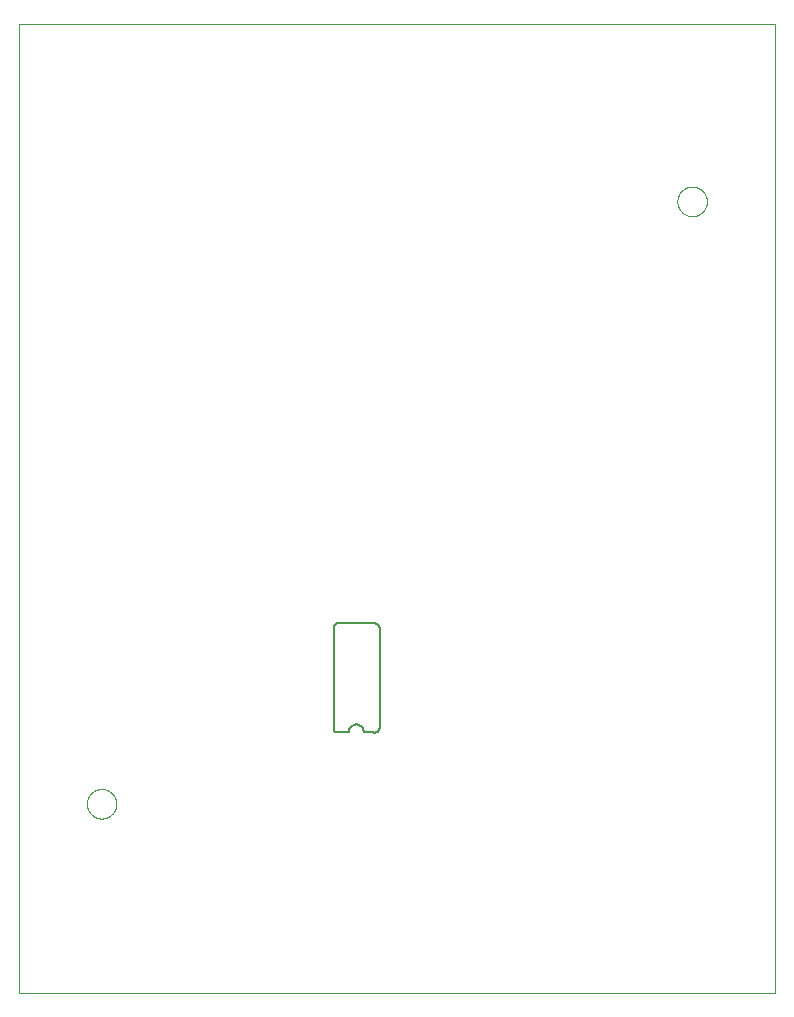
<source format=gbo>
G75*
%MOIN*%
%OFA0B0*%
%FSLAX25Y25*%
%IPPOS*%
%LPD*%
%AMOC8*
5,1,8,0,0,1.08239X$1,22.5*
%
%ADD10C,0.00000*%
%ADD11C,0.00800*%
D10*
X0001500Y0001500D02*
X0001500Y0324335D01*
X0253469Y0324335D01*
X0253469Y0001500D01*
X0001500Y0001500D01*
X0024138Y0064492D02*
X0024140Y0064632D01*
X0024146Y0064772D01*
X0024156Y0064911D01*
X0024170Y0065050D01*
X0024188Y0065189D01*
X0024209Y0065327D01*
X0024235Y0065465D01*
X0024265Y0065602D01*
X0024298Y0065737D01*
X0024336Y0065872D01*
X0024377Y0066006D01*
X0024422Y0066139D01*
X0024470Y0066270D01*
X0024523Y0066399D01*
X0024579Y0066528D01*
X0024638Y0066654D01*
X0024702Y0066779D01*
X0024768Y0066902D01*
X0024839Y0067023D01*
X0024912Y0067142D01*
X0024989Y0067259D01*
X0025070Y0067373D01*
X0025153Y0067485D01*
X0025240Y0067595D01*
X0025330Y0067703D01*
X0025422Y0067807D01*
X0025518Y0067909D01*
X0025617Y0068009D01*
X0025718Y0068105D01*
X0025822Y0068199D01*
X0025929Y0068289D01*
X0026038Y0068376D01*
X0026150Y0068461D01*
X0026264Y0068542D01*
X0026380Y0068620D01*
X0026498Y0068694D01*
X0026619Y0068765D01*
X0026741Y0068833D01*
X0026866Y0068897D01*
X0026992Y0068958D01*
X0027119Y0069015D01*
X0027249Y0069068D01*
X0027380Y0069118D01*
X0027512Y0069163D01*
X0027645Y0069206D01*
X0027780Y0069244D01*
X0027915Y0069278D01*
X0028052Y0069309D01*
X0028189Y0069336D01*
X0028327Y0069358D01*
X0028466Y0069377D01*
X0028605Y0069392D01*
X0028744Y0069403D01*
X0028884Y0069410D01*
X0029024Y0069413D01*
X0029164Y0069412D01*
X0029304Y0069407D01*
X0029443Y0069398D01*
X0029583Y0069385D01*
X0029722Y0069368D01*
X0029860Y0069347D01*
X0029998Y0069323D01*
X0030135Y0069294D01*
X0030271Y0069262D01*
X0030406Y0069225D01*
X0030540Y0069185D01*
X0030673Y0069141D01*
X0030804Y0069093D01*
X0030934Y0069042D01*
X0031063Y0068987D01*
X0031190Y0068928D01*
X0031315Y0068865D01*
X0031438Y0068800D01*
X0031560Y0068730D01*
X0031679Y0068657D01*
X0031797Y0068581D01*
X0031912Y0068502D01*
X0032025Y0068419D01*
X0032135Y0068333D01*
X0032243Y0068244D01*
X0032348Y0068152D01*
X0032451Y0068057D01*
X0032551Y0067959D01*
X0032648Y0067859D01*
X0032742Y0067755D01*
X0032834Y0067649D01*
X0032922Y0067541D01*
X0033007Y0067430D01*
X0033089Y0067316D01*
X0033168Y0067200D01*
X0033243Y0067083D01*
X0033315Y0066963D01*
X0033383Y0066841D01*
X0033448Y0066717D01*
X0033510Y0066591D01*
X0033568Y0066464D01*
X0033622Y0066335D01*
X0033673Y0066204D01*
X0033719Y0066072D01*
X0033762Y0065939D01*
X0033802Y0065805D01*
X0033837Y0065670D01*
X0033869Y0065533D01*
X0033896Y0065396D01*
X0033920Y0065258D01*
X0033940Y0065120D01*
X0033956Y0064981D01*
X0033968Y0064841D01*
X0033976Y0064702D01*
X0033980Y0064562D01*
X0033980Y0064422D01*
X0033976Y0064282D01*
X0033968Y0064143D01*
X0033956Y0064003D01*
X0033940Y0063864D01*
X0033920Y0063726D01*
X0033896Y0063588D01*
X0033869Y0063451D01*
X0033837Y0063314D01*
X0033802Y0063179D01*
X0033762Y0063045D01*
X0033719Y0062912D01*
X0033673Y0062780D01*
X0033622Y0062649D01*
X0033568Y0062520D01*
X0033510Y0062393D01*
X0033448Y0062267D01*
X0033383Y0062143D01*
X0033315Y0062021D01*
X0033243Y0061901D01*
X0033168Y0061784D01*
X0033089Y0061668D01*
X0033007Y0061554D01*
X0032922Y0061443D01*
X0032834Y0061335D01*
X0032742Y0061229D01*
X0032648Y0061125D01*
X0032551Y0061025D01*
X0032451Y0060927D01*
X0032348Y0060832D01*
X0032243Y0060740D01*
X0032135Y0060651D01*
X0032025Y0060565D01*
X0031912Y0060482D01*
X0031797Y0060403D01*
X0031679Y0060327D01*
X0031560Y0060254D01*
X0031438Y0060184D01*
X0031315Y0060119D01*
X0031190Y0060056D01*
X0031063Y0059997D01*
X0030934Y0059942D01*
X0030804Y0059891D01*
X0030673Y0059843D01*
X0030540Y0059799D01*
X0030406Y0059759D01*
X0030271Y0059722D01*
X0030135Y0059690D01*
X0029998Y0059661D01*
X0029860Y0059637D01*
X0029722Y0059616D01*
X0029583Y0059599D01*
X0029443Y0059586D01*
X0029304Y0059577D01*
X0029164Y0059572D01*
X0029024Y0059571D01*
X0028884Y0059574D01*
X0028744Y0059581D01*
X0028605Y0059592D01*
X0028466Y0059607D01*
X0028327Y0059626D01*
X0028189Y0059648D01*
X0028052Y0059675D01*
X0027915Y0059706D01*
X0027780Y0059740D01*
X0027645Y0059778D01*
X0027512Y0059821D01*
X0027380Y0059866D01*
X0027249Y0059916D01*
X0027119Y0059969D01*
X0026992Y0060026D01*
X0026866Y0060087D01*
X0026741Y0060151D01*
X0026619Y0060219D01*
X0026498Y0060290D01*
X0026380Y0060364D01*
X0026264Y0060442D01*
X0026150Y0060523D01*
X0026038Y0060608D01*
X0025929Y0060695D01*
X0025822Y0060785D01*
X0025718Y0060879D01*
X0025617Y0060975D01*
X0025518Y0061075D01*
X0025422Y0061177D01*
X0025330Y0061281D01*
X0025240Y0061389D01*
X0025153Y0061499D01*
X0025070Y0061611D01*
X0024989Y0061725D01*
X0024912Y0061842D01*
X0024839Y0061961D01*
X0024768Y0062082D01*
X0024702Y0062205D01*
X0024638Y0062330D01*
X0024579Y0062456D01*
X0024523Y0062585D01*
X0024470Y0062714D01*
X0024422Y0062845D01*
X0024377Y0062978D01*
X0024336Y0063112D01*
X0024298Y0063247D01*
X0024265Y0063382D01*
X0024235Y0063519D01*
X0024209Y0063657D01*
X0024188Y0063795D01*
X0024170Y0063934D01*
X0024156Y0064073D01*
X0024146Y0064212D01*
X0024140Y0064352D01*
X0024138Y0064492D01*
X0220988Y0265280D02*
X0220990Y0265420D01*
X0220996Y0265560D01*
X0221006Y0265699D01*
X0221020Y0265838D01*
X0221038Y0265977D01*
X0221059Y0266115D01*
X0221085Y0266253D01*
X0221115Y0266390D01*
X0221148Y0266525D01*
X0221186Y0266660D01*
X0221227Y0266794D01*
X0221272Y0266927D01*
X0221320Y0267058D01*
X0221373Y0267187D01*
X0221429Y0267316D01*
X0221488Y0267442D01*
X0221552Y0267567D01*
X0221618Y0267690D01*
X0221689Y0267811D01*
X0221762Y0267930D01*
X0221839Y0268047D01*
X0221920Y0268161D01*
X0222003Y0268273D01*
X0222090Y0268383D01*
X0222180Y0268491D01*
X0222272Y0268595D01*
X0222368Y0268697D01*
X0222467Y0268797D01*
X0222568Y0268893D01*
X0222672Y0268987D01*
X0222779Y0269077D01*
X0222888Y0269164D01*
X0223000Y0269249D01*
X0223114Y0269330D01*
X0223230Y0269408D01*
X0223348Y0269482D01*
X0223469Y0269553D01*
X0223591Y0269621D01*
X0223716Y0269685D01*
X0223842Y0269746D01*
X0223969Y0269803D01*
X0224099Y0269856D01*
X0224230Y0269906D01*
X0224362Y0269951D01*
X0224495Y0269994D01*
X0224630Y0270032D01*
X0224765Y0270066D01*
X0224902Y0270097D01*
X0225039Y0270124D01*
X0225177Y0270146D01*
X0225316Y0270165D01*
X0225455Y0270180D01*
X0225594Y0270191D01*
X0225734Y0270198D01*
X0225874Y0270201D01*
X0226014Y0270200D01*
X0226154Y0270195D01*
X0226293Y0270186D01*
X0226433Y0270173D01*
X0226572Y0270156D01*
X0226710Y0270135D01*
X0226848Y0270111D01*
X0226985Y0270082D01*
X0227121Y0270050D01*
X0227256Y0270013D01*
X0227390Y0269973D01*
X0227523Y0269929D01*
X0227654Y0269881D01*
X0227784Y0269830D01*
X0227913Y0269775D01*
X0228040Y0269716D01*
X0228165Y0269653D01*
X0228288Y0269588D01*
X0228410Y0269518D01*
X0228529Y0269445D01*
X0228647Y0269369D01*
X0228762Y0269290D01*
X0228875Y0269207D01*
X0228985Y0269121D01*
X0229093Y0269032D01*
X0229198Y0268940D01*
X0229301Y0268845D01*
X0229401Y0268747D01*
X0229498Y0268647D01*
X0229592Y0268543D01*
X0229684Y0268437D01*
X0229772Y0268329D01*
X0229857Y0268218D01*
X0229939Y0268104D01*
X0230018Y0267988D01*
X0230093Y0267871D01*
X0230165Y0267751D01*
X0230233Y0267629D01*
X0230298Y0267505D01*
X0230360Y0267379D01*
X0230418Y0267252D01*
X0230472Y0267123D01*
X0230523Y0266992D01*
X0230569Y0266860D01*
X0230612Y0266727D01*
X0230652Y0266593D01*
X0230687Y0266458D01*
X0230719Y0266321D01*
X0230746Y0266184D01*
X0230770Y0266046D01*
X0230790Y0265908D01*
X0230806Y0265769D01*
X0230818Y0265629D01*
X0230826Y0265490D01*
X0230830Y0265350D01*
X0230830Y0265210D01*
X0230826Y0265070D01*
X0230818Y0264931D01*
X0230806Y0264791D01*
X0230790Y0264652D01*
X0230770Y0264514D01*
X0230746Y0264376D01*
X0230719Y0264239D01*
X0230687Y0264102D01*
X0230652Y0263967D01*
X0230612Y0263833D01*
X0230569Y0263700D01*
X0230523Y0263568D01*
X0230472Y0263437D01*
X0230418Y0263308D01*
X0230360Y0263181D01*
X0230298Y0263055D01*
X0230233Y0262931D01*
X0230165Y0262809D01*
X0230093Y0262689D01*
X0230018Y0262572D01*
X0229939Y0262456D01*
X0229857Y0262342D01*
X0229772Y0262231D01*
X0229684Y0262123D01*
X0229592Y0262017D01*
X0229498Y0261913D01*
X0229401Y0261813D01*
X0229301Y0261715D01*
X0229198Y0261620D01*
X0229093Y0261528D01*
X0228985Y0261439D01*
X0228875Y0261353D01*
X0228762Y0261270D01*
X0228647Y0261191D01*
X0228529Y0261115D01*
X0228410Y0261042D01*
X0228288Y0260972D01*
X0228165Y0260907D01*
X0228040Y0260844D01*
X0227913Y0260785D01*
X0227784Y0260730D01*
X0227654Y0260679D01*
X0227523Y0260631D01*
X0227390Y0260587D01*
X0227256Y0260547D01*
X0227121Y0260510D01*
X0226985Y0260478D01*
X0226848Y0260449D01*
X0226710Y0260425D01*
X0226572Y0260404D01*
X0226433Y0260387D01*
X0226293Y0260374D01*
X0226154Y0260365D01*
X0226014Y0260360D01*
X0225874Y0260359D01*
X0225734Y0260362D01*
X0225594Y0260369D01*
X0225455Y0260380D01*
X0225316Y0260395D01*
X0225177Y0260414D01*
X0225039Y0260436D01*
X0224902Y0260463D01*
X0224765Y0260494D01*
X0224630Y0260528D01*
X0224495Y0260566D01*
X0224362Y0260609D01*
X0224230Y0260654D01*
X0224099Y0260704D01*
X0223969Y0260757D01*
X0223842Y0260814D01*
X0223716Y0260875D01*
X0223591Y0260939D01*
X0223469Y0261007D01*
X0223348Y0261078D01*
X0223230Y0261152D01*
X0223114Y0261230D01*
X0223000Y0261311D01*
X0222888Y0261396D01*
X0222779Y0261483D01*
X0222672Y0261573D01*
X0222568Y0261667D01*
X0222467Y0261763D01*
X0222368Y0261863D01*
X0222272Y0261965D01*
X0222180Y0262069D01*
X0222090Y0262177D01*
X0222003Y0262287D01*
X0221920Y0262399D01*
X0221839Y0262513D01*
X0221762Y0262630D01*
X0221689Y0262749D01*
X0221618Y0262870D01*
X0221552Y0262993D01*
X0221488Y0263118D01*
X0221429Y0263244D01*
X0221373Y0263373D01*
X0221320Y0263502D01*
X0221272Y0263633D01*
X0221227Y0263766D01*
X0221186Y0263900D01*
X0221148Y0264035D01*
X0221115Y0264170D01*
X0221085Y0264307D01*
X0221059Y0264445D01*
X0221038Y0264583D01*
X0221020Y0264722D01*
X0221006Y0264861D01*
X0220996Y0265000D01*
X0220990Y0265140D01*
X0220988Y0265280D01*
D11*
X0120222Y0124661D02*
X0107896Y0124661D01*
X0107897Y0124660D02*
X0107826Y0124669D01*
X0107755Y0124674D01*
X0107683Y0124675D01*
X0107612Y0124672D01*
X0107541Y0124665D01*
X0107470Y0124655D01*
X0107401Y0124641D01*
X0107331Y0124622D01*
X0107263Y0124601D01*
X0107197Y0124575D01*
X0107132Y0124546D01*
X0107068Y0124514D01*
X0107006Y0124478D01*
X0106947Y0124439D01*
X0106889Y0124396D01*
X0106834Y0124351D01*
X0106782Y0124302D01*
X0106732Y0124251D01*
X0106685Y0124198D01*
X0106641Y0124141D01*
X0106600Y0124083D01*
X0106562Y0124022D01*
X0106528Y0123960D01*
X0106497Y0123895D01*
X0106470Y0123829D01*
X0106446Y0123762D01*
X0106426Y0123694D01*
X0106409Y0123624D01*
X0106397Y0123554D01*
X0106396Y0123554D02*
X0106396Y0089761D01*
X0106397Y0089760D02*
X0106388Y0089690D01*
X0106383Y0089618D01*
X0106382Y0089547D01*
X0106385Y0089476D01*
X0106392Y0089405D01*
X0106402Y0089334D01*
X0106416Y0089264D01*
X0106434Y0089195D01*
X0106456Y0089127D01*
X0106482Y0089060D01*
X0106511Y0088995D01*
X0106543Y0088932D01*
X0106579Y0088870D01*
X0106618Y0088810D01*
X0106661Y0088753D01*
X0106706Y0088698D01*
X0106754Y0088645D01*
X0106806Y0088595D01*
X0106859Y0088548D01*
X0106915Y0088504D01*
X0106974Y0088464D01*
X0107035Y0088426D01*
X0107097Y0088392D01*
X0107161Y0088361D01*
X0107227Y0088333D01*
X0107295Y0088310D01*
X0107363Y0088290D01*
X0107433Y0088273D01*
X0107503Y0088261D01*
X0111459Y0088261D01*
X0111459Y0088461D02*
X0111461Y0088559D01*
X0111467Y0088657D01*
X0111476Y0088755D01*
X0111490Y0088852D01*
X0111507Y0088949D01*
X0111528Y0089045D01*
X0111553Y0089140D01*
X0111581Y0089234D01*
X0111614Y0089326D01*
X0111649Y0089418D01*
X0111689Y0089508D01*
X0111731Y0089596D01*
X0111778Y0089683D01*
X0111827Y0089767D01*
X0111880Y0089850D01*
X0111936Y0089930D01*
X0111996Y0090009D01*
X0112058Y0090085D01*
X0112123Y0090158D01*
X0112191Y0090229D01*
X0112262Y0090297D01*
X0112335Y0090362D01*
X0112411Y0090424D01*
X0112490Y0090484D01*
X0112570Y0090540D01*
X0112653Y0090593D01*
X0112737Y0090642D01*
X0112824Y0090689D01*
X0112912Y0090731D01*
X0113002Y0090771D01*
X0113094Y0090806D01*
X0113186Y0090839D01*
X0113280Y0090867D01*
X0113375Y0090892D01*
X0113471Y0090913D01*
X0113568Y0090930D01*
X0113665Y0090944D01*
X0113763Y0090953D01*
X0113861Y0090959D01*
X0113959Y0090961D01*
X0114057Y0090959D01*
X0114155Y0090953D01*
X0114253Y0090944D01*
X0114350Y0090930D01*
X0114447Y0090913D01*
X0114543Y0090892D01*
X0114638Y0090867D01*
X0114732Y0090839D01*
X0114824Y0090806D01*
X0114916Y0090771D01*
X0115006Y0090731D01*
X0115094Y0090689D01*
X0115181Y0090642D01*
X0115265Y0090593D01*
X0115348Y0090540D01*
X0115428Y0090484D01*
X0115507Y0090424D01*
X0115583Y0090362D01*
X0115656Y0090297D01*
X0115727Y0090229D01*
X0115795Y0090158D01*
X0115860Y0090085D01*
X0115922Y0090009D01*
X0115982Y0089930D01*
X0116038Y0089850D01*
X0116091Y0089767D01*
X0116140Y0089683D01*
X0116187Y0089596D01*
X0116229Y0089508D01*
X0116269Y0089418D01*
X0116304Y0089326D01*
X0116337Y0089234D01*
X0116365Y0089140D01*
X0116390Y0089045D01*
X0116411Y0088949D01*
X0116428Y0088852D01*
X0116442Y0088755D01*
X0116451Y0088657D01*
X0116457Y0088559D01*
X0116459Y0088461D01*
X0116459Y0088261D02*
X0119778Y0088261D01*
X0119828Y0088260D02*
X0119909Y0088253D01*
X0119990Y0088249D01*
X0120071Y0088250D01*
X0120153Y0088254D01*
X0120233Y0088262D01*
X0120314Y0088274D01*
X0120394Y0088289D01*
X0120473Y0088309D01*
X0120551Y0088332D01*
X0120627Y0088359D01*
X0120703Y0088389D01*
X0120777Y0088423D01*
X0120849Y0088461D01*
X0120919Y0088502D01*
X0120987Y0088546D01*
X0121053Y0088593D01*
X0121117Y0088644D01*
X0121178Y0088697D01*
X0121237Y0088754D01*
X0121293Y0088813D01*
X0121346Y0088874D01*
X0121396Y0088938D01*
X0121443Y0089005D01*
X0121487Y0089073D01*
X0121527Y0089144D01*
X0121564Y0089216D01*
X0121598Y0089290D01*
X0121627Y0089366D01*
X0121654Y0089443D01*
X0121676Y0089521D01*
X0121695Y0089600D01*
X0121710Y0089680D01*
X0121722Y0089761D01*
X0121722Y0123161D01*
X0121720Y0123237D01*
X0121714Y0123312D01*
X0121705Y0123388D01*
X0121691Y0123463D01*
X0121674Y0123537D01*
X0121653Y0123610D01*
X0121629Y0123682D01*
X0121601Y0123752D01*
X0121569Y0123821D01*
X0121534Y0123889D01*
X0121495Y0123954D01*
X0121453Y0124018D01*
X0121408Y0124079D01*
X0121360Y0124138D01*
X0121309Y0124194D01*
X0121255Y0124248D01*
X0121199Y0124299D01*
X0121140Y0124347D01*
X0121079Y0124392D01*
X0121015Y0124434D01*
X0120950Y0124473D01*
X0120882Y0124508D01*
X0120813Y0124540D01*
X0120743Y0124568D01*
X0120671Y0124592D01*
X0120598Y0124613D01*
X0120524Y0124630D01*
X0120449Y0124644D01*
X0120373Y0124653D01*
X0120298Y0124659D01*
X0120222Y0124661D01*
M02*

</source>
